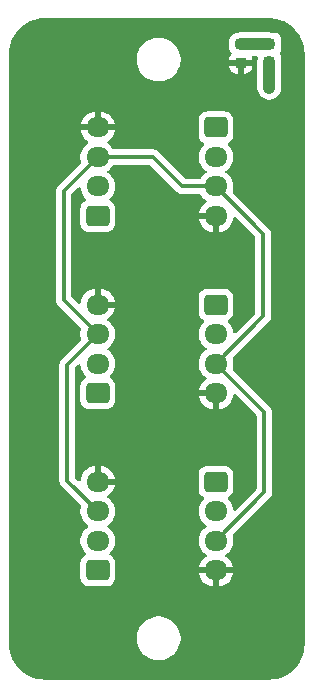
<source format=gbr>
%TF.GenerationSoftware,KiCad,Pcbnew,9.0.2*%
%TF.CreationDate,2025-06-15T01:11:38-07:00*%
%TF.ProjectId,SDM26_SplitterV1.1,53444d32-365f-4537-906c-697474657256,rev?*%
%TF.SameCoordinates,Original*%
%TF.FileFunction,Copper,L1,Top*%
%TF.FilePolarity,Positive*%
%FSLAX46Y46*%
G04 Gerber Fmt 4.6, Leading zero omitted, Abs format (unit mm)*
G04 Created by KiCad (PCBNEW 9.0.2) date 2025-06-15 01:11:38*
%MOMM*%
%LPD*%
G01*
G04 APERTURE LIST*
G04 Aperture macros list*
%AMRoundRect*
0 Rectangle with rounded corners*
0 $1 Rounding radius*
0 $2 $3 $4 $5 $6 $7 $8 $9 X,Y pos of 4 corners*
0 Add a 4 corners polygon primitive as box body*
4,1,4,$2,$3,$4,$5,$6,$7,$8,$9,$2,$3,0*
0 Add four circle primitives for the rounded corners*
1,1,$1+$1,$2,$3*
1,1,$1+$1,$4,$5*
1,1,$1+$1,$6,$7*
1,1,$1+$1,$8,$9*
0 Add four rect primitives between the rounded corners*
20,1,$1+$1,$2,$3,$4,$5,0*
20,1,$1+$1,$4,$5,$6,$7,0*
20,1,$1+$1,$6,$7,$8,$9,0*
20,1,$1+$1,$8,$9,$2,$3,0*%
G04 Aperture macros list end*
%TA.AperFunction,ComponentPad*%
%ADD10RoundRect,0.250000X-0.725000X0.600000X-0.725000X-0.600000X0.725000X-0.600000X0.725000X0.600000X0*%
%TD*%
%TA.AperFunction,ComponentPad*%
%ADD11O,1.950000X1.700000*%
%TD*%
%TA.AperFunction,ComponentPad*%
%ADD12RoundRect,0.250000X0.725000X-0.600000X0.725000X0.600000X-0.725000X0.600000X-0.725000X-0.600000X0*%
%TD*%
%TA.AperFunction,SMDPad,CuDef*%
%ADD13RoundRect,0.225000X-0.250000X0.225000X-0.250000X-0.225000X0.250000X-0.225000X0.250000X0.225000X0*%
%TD*%
%TA.AperFunction,SMDPad,CuDef*%
%ADD14R,0.950000X0.950000*%
%TD*%
%TA.AperFunction,ViaPad*%
%ADD15C,0.600000*%
%TD*%
%TA.AperFunction,Conductor*%
%ADD16C,1.000000*%
%TD*%
%TA.AperFunction,Conductor*%
%ADD17C,0.300000*%
%TD*%
G04 APERTURE END LIST*
D10*
%TO.P,J4,1,Pin_1*%
%TO.N,GND*%
X109900000Y-82350000D03*
D11*
%TO.P,J4,2,Pin_2*%
%TO.N,/CANH*%
X109900000Y-84850000D03*
%TO.P,J4,3,Pin_3*%
%TO.N,/CANL*%
X109900000Y-87350000D03*
%TO.P,J4,4,Pin_4*%
%TO.N,+5V*%
X109900000Y-89850000D03*
%TD*%
D12*
%TO.P,J1,1,Pin_1*%
%TO.N,GND*%
X99900000Y-119850000D03*
D11*
%TO.P,J1,2,Pin_2*%
%TO.N,/CANH*%
X99900000Y-117350000D03*
%TO.P,J1,3,Pin_3*%
%TO.N,/CANL*%
X99900000Y-114850000D03*
%TO.P,J1,4,Pin_4*%
%TO.N,+5V*%
X99900000Y-112350000D03*
%TD*%
D13*
%TO.P,R1,1*%
%TO.N,/PWR_LED*%
X112000000Y-75325000D03*
%TO.P,R1,2*%
%TO.N,+5V*%
X112000000Y-76875000D03*
%TD*%
D12*
%TO.P,J2,1,Pin_1*%
%TO.N,GND*%
X99900000Y-104850000D03*
D11*
%TO.P,J2,2,Pin_2*%
%TO.N,/CANH*%
X99900000Y-102350000D03*
%TO.P,J2,3,Pin_3*%
%TO.N,/CANL*%
X99900000Y-99850000D03*
%TO.P,J2,4,Pin_4*%
%TO.N,+5V*%
X99900000Y-97350000D03*
%TD*%
D10*
%TO.P,J6,1,Pin_1*%
%TO.N,GND*%
X109900000Y-112350000D03*
D11*
%TO.P,J6,2,Pin_2*%
%TO.N,/CANH*%
X109900000Y-114850000D03*
%TO.P,J6,3,Pin_3*%
%TO.N,/CANL*%
X109900000Y-117350000D03*
%TO.P,J6,4,Pin_4*%
%TO.N,+5V*%
X109900000Y-119850000D03*
%TD*%
D14*
%TO.P,LED1,1,K*%
%TO.N,GND*%
X114400000Y-76800000D03*
%TO.P,LED1,2,A*%
%TO.N,/PWR_LED*%
X114400000Y-75300000D03*
%TD*%
D12*
%TO.P,J3,1,Pin_1*%
%TO.N,GND*%
X99900000Y-89850000D03*
D11*
%TO.P,J3,2,Pin_2*%
%TO.N,/CANH*%
X99900000Y-87350000D03*
%TO.P,J3,3,Pin_3*%
%TO.N,/CANL*%
X99900000Y-84850000D03*
%TO.P,J3,4,Pin_4*%
%TO.N,+5V*%
X99900000Y-82350000D03*
%TD*%
D10*
%TO.P,J5,1,Pin_1*%
%TO.N,GND*%
X109900000Y-97350000D03*
D11*
%TO.P,J5,2,Pin_2*%
%TO.N,/CANH*%
X109900000Y-99850000D03*
%TO.P,J5,3,Pin_3*%
%TO.N,/CANL*%
X109900000Y-102350000D03*
%TO.P,J5,4,Pin_4*%
%TO.N,+5V*%
X109900000Y-104850000D03*
%TD*%
D15*
%TO.N,GND*%
X114412500Y-79000000D03*
%TD*%
D16*
%TO.N,GND*%
X114412500Y-76812500D02*
X114400000Y-76800000D01*
X114412500Y-79000000D02*
X114412500Y-76812500D01*
%TO.N,/PWR_LED*%
X114400000Y-75300000D02*
X112025000Y-75300000D01*
X112025000Y-75300000D02*
X112000000Y-75325000D01*
D17*
%TO.N,/CANL*%
X97300000Y-102450000D02*
X99900000Y-99850000D01*
X97000000Y-87750000D02*
X99900000Y-84850000D01*
X113900000Y-98350000D02*
X109900000Y-102350000D01*
X107050000Y-87350000D02*
X109900000Y-87350000D01*
X97300000Y-112250000D02*
X97300000Y-102450000D01*
X104550000Y-84850000D02*
X107050000Y-87350000D01*
X99900000Y-84850000D02*
X104550000Y-84850000D01*
X113900000Y-91350000D02*
X113900000Y-98350000D01*
X114000000Y-113250000D02*
X109900000Y-117350000D01*
X99900000Y-114850000D02*
X97300000Y-112250000D01*
X114000000Y-106450000D02*
X114000000Y-113250000D01*
X109900000Y-102350000D02*
X114000000Y-106450000D01*
X99900000Y-99850000D02*
X97000000Y-96950000D01*
X97000000Y-96950000D02*
X97000000Y-87750000D01*
X109900000Y-87350000D02*
X113900000Y-91350000D01*
%TD*%
%TA.AperFunction,Conductor*%
%TO.N,+5V*%
G36*
X114403244Y-73100670D02*
G01*
X114707046Y-73116592D01*
X114719953Y-73117949D01*
X114851089Y-73138718D01*
X115017209Y-73165028D01*
X115029896Y-73167724D01*
X115320625Y-73245625D01*
X115332965Y-73249635D01*
X115613938Y-73357490D01*
X115625790Y-73362767D01*
X115893968Y-73499411D01*
X115905199Y-73505896D01*
X116157608Y-73669812D01*
X116168109Y-73677441D01*
X116402010Y-73866850D01*
X116411655Y-73875535D01*
X116624464Y-74088344D01*
X116633149Y-74097989D01*
X116822558Y-74331890D01*
X116830187Y-74342391D01*
X116994101Y-74594796D01*
X117000591Y-74606036D01*
X117137231Y-74874206D01*
X117142510Y-74886064D01*
X117250363Y-75167033D01*
X117254374Y-75179376D01*
X117332273Y-75470097D01*
X117334971Y-75482794D01*
X117382050Y-75780046D01*
X117383407Y-75792953D01*
X117399330Y-76096756D01*
X117399500Y-76103246D01*
X117399500Y-126096753D01*
X117399330Y-126103243D01*
X117383407Y-126407046D01*
X117382050Y-126419953D01*
X117334971Y-126717205D01*
X117332273Y-126729902D01*
X117254374Y-127020623D01*
X117250363Y-127032966D01*
X117142510Y-127313935D01*
X117137231Y-127325793D01*
X117000591Y-127593963D01*
X116994101Y-127605203D01*
X116830187Y-127857608D01*
X116822558Y-127868109D01*
X116633149Y-128102010D01*
X116624464Y-128111655D01*
X116411655Y-128324464D01*
X116402010Y-128333149D01*
X116168109Y-128522558D01*
X116157608Y-128530187D01*
X115905203Y-128694101D01*
X115893963Y-128700591D01*
X115625793Y-128837231D01*
X115613935Y-128842510D01*
X115332966Y-128950363D01*
X115320623Y-128954374D01*
X115029902Y-129032273D01*
X115017205Y-129034971D01*
X114719953Y-129082050D01*
X114707046Y-129083407D01*
X114403244Y-129099330D01*
X114396754Y-129099500D01*
X95403246Y-129099500D01*
X95396756Y-129099330D01*
X95092953Y-129083407D01*
X95080046Y-129082050D01*
X94782794Y-129034971D01*
X94770097Y-129032273D01*
X94479376Y-128954374D01*
X94467033Y-128950363D01*
X94186064Y-128842510D01*
X94174206Y-128837231D01*
X93906036Y-128700591D01*
X93894796Y-128694101D01*
X93642391Y-128530187D01*
X93631890Y-128522558D01*
X93397989Y-128333149D01*
X93388344Y-128324464D01*
X93175535Y-128111655D01*
X93166850Y-128102010D01*
X92977441Y-127868109D01*
X92969812Y-127857608D01*
X92805896Y-127605199D01*
X92799408Y-127593963D01*
X92662768Y-127325793D01*
X92657489Y-127313935D01*
X92549636Y-127032966D01*
X92545625Y-127020623D01*
X92538563Y-126994266D01*
X92467724Y-126729896D01*
X92465028Y-126717205D01*
X92417949Y-126419953D01*
X92416592Y-126407046D01*
X92400670Y-126103243D01*
X92400500Y-126096753D01*
X92400500Y-125478711D01*
X103199500Y-125478711D01*
X103199500Y-125721288D01*
X103231161Y-125961785D01*
X103293947Y-126196104D01*
X103330750Y-126284954D01*
X103386776Y-126420212D01*
X103508064Y-126630289D01*
X103508066Y-126630292D01*
X103508067Y-126630293D01*
X103655733Y-126822736D01*
X103655739Y-126822743D01*
X103827256Y-126994260D01*
X103827263Y-126994266D01*
X103877698Y-127032966D01*
X104019711Y-127141936D01*
X104229788Y-127263224D01*
X104453900Y-127356054D01*
X104688211Y-127418838D01*
X104868586Y-127442584D01*
X104928711Y-127450500D01*
X104928712Y-127450500D01*
X105171289Y-127450500D01*
X105219388Y-127444167D01*
X105411789Y-127418838D01*
X105646100Y-127356054D01*
X105870212Y-127263224D01*
X106080289Y-127141936D01*
X106272738Y-126994265D01*
X106444265Y-126822738D01*
X106591936Y-126630289D01*
X106713224Y-126420212D01*
X106806054Y-126196100D01*
X106868838Y-125961789D01*
X106900500Y-125721288D01*
X106900500Y-125478712D01*
X106868838Y-125238211D01*
X106806054Y-125003900D01*
X106713224Y-124779788D01*
X106591936Y-124569711D01*
X106444265Y-124377262D01*
X106444260Y-124377256D01*
X106272743Y-124205739D01*
X106272736Y-124205733D01*
X106080293Y-124058067D01*
X106080292Y-124058066D01*
X106080289Y-124058064D01*
X105870212Y-123936776D01*
X105870205Y-123936773D01*
X105646104Y-123843947D01*
X105411785Y-123781161D01*
X105171289Y-123749500D01*
X105171288Y-123749500D01*
X104928712Y-123749500D01*
X104928711Y-123749500D01*
X104688214Y-123781161D01*
X104453895Y-123843947D01*
X104229794Y-123936773D01*
X104229785Y-123936777D01*
X104019706Y-124058067D01*
X103827263Y-124205733D01*
X103827256Y-124205739D01*
X103655739Y-124377256D01*
X103655733Y-124377263D01*
X103508067Y-124569706D01*
X103386777Y-124779785D01*
X103386773Y-124779794D01*
X103293947Y-125003895D01*
X103231161Y-125238214D01*
X103199500Y-125478711D01*
X92400500Y-125478711D01*
X92400500Y-97014071D01*
X96349499Y-97014071D01*
X96374497Y-97139738D01*
X96374499Y-97139744D01*
X96423534Y-97258125D01*
X96494726Y-97364673D01*
X96494727Y-97364674D01*
X98454555Y-99324501D01*
X98488040Y-99385824D01*
X98484805Y-99450499D01*
X98457754Y-99533755D01*
X98457753Y-99533759D01*
X98424500Y-99743713D01*
X98424500Y-99956286D01*
X98457753Y-100166240D01*
X98457754Y-100166244D01*
X98484805Y-100249499D01*
X98486800Y-100319340D01*
X98454555Y-100375497D01*
X96794722Y-102035331D01*
X96794718Y-102035336D01*
X96774594Y-102065456D01*
X96774594Y-102065457D01*
X96723534Y-102141874D01*
X96674499Y-102260255D01*
X96674497Y-102260261D01*
X96649500Y-102385928D01*
X96649500Y-102385931D01*
X96649500Y-112314069D01*
X96649500Y-112314071D01*
X96649499Y-112314071D01*
X96674497Y-112439738D01*
X96674499Y-112439744D01*
X96723535Y-112558127D01*
X96779347Y-112641657D01*
X96794726Y-112664673D01*
X96794727Y-112664674D01*
X98454555Y-114324501D01*
X98488040Y-114385824D01*
X98484805Y-114450499D01*
X98457754Y-114533755D01*
X98457753Y-114533759D01*
X98424500Y-114743713D01*
X98424500Y-114956286D01*
X98457753Y-115166239D01*
X98523444Y-115368414D01*
X98619951Y-115557820D01*
X98744890Y-115729786D01*
X98895209Y-115880105D01*
X98895214Y-115880109D01*
X99059793Y-115999682D01*
X99102459Y-116055011D01*
X99108438Y-116124625D01*
X99075833Y-116186420D01*
X99059793Y-116200318D01*
X98895214Y-116319890D01*
X98895209Y-116319894D01*
X98744890Y-116470213D01*
X98619951Y-116642179D01*
X98523444Y-116831585D01*
X98457753Y-117033760D01*
X98424500Y-117243713D01*
X98424500Y-117456286D01*
X98457753Y-117666239D01*
X98523444Y-117868414D01*
X98619951Y-118057820D01*
X98744890Y-118229786D01*
X98883705Y-118368601D01*
X98917190Y-118429924D01*
X98912206Y-118499616D01*
X98870334Y-118555549D01*
X98861121Y-118561821D01*
X98706342Y-118657289D01*
X98582289Y-118781342D01*
X98490187Y-118930663D01*
X98490186Y-118930666D01*
X98435001Y-119097203D01*
X98435001Y-119097204D01*
X98435000Y-119097204D01*
X98424500Y-119199983D01*
X98424500Y-120500001D01*
X98424501Y-120500018D01*
X98435000Y-120602796D01*
X98435001Y-120602799D01*
X98476973Y-120729459D01*
X98490186Y-120769334D01*
X98582288Y-120918656D01*
X98706344Y-121042712D01*
X98855666Y-121134814D01*
X99022203Y-121189999D01*
X99124991Y-121200500D01*
X100675008Y-121200499D01*
X100777797Y-121189999D01*
X100944334Y-121134814D01*
X101093656Y-121042712D01*
X101217712Y-120918656D01*
X101309814Y-120769334D01*
X101364999Y-120602797D01*
X101375500Y-120500009D01*
X101375499Y-119787465D01*
X101375499Y-119199998D01*
X101375498Y-119199981D01*
X101364999Y-119097203D01*
X101364998Y-119097200D01*
X101309814Y-118930666D01*
X101217712Y-118781344D01*
X101093656Y-118657288D01*
X100944334Y-118565186D01*
X100944333Y-118565185D01*
X100938878Y-118561821D01*
X100892154Y-118509873D01*
X100880931Y-118440910D01*
X100908775Y-118376828D01*
X100916272Y-118368623D01*
X101055104Y-118229792D01*
X101180051Y-118057816D01*
X101276557Y-117868412D01*
X101342246Y-117666243D01*
X101375500Y-117456287D01*
X101375500Y-117243713D01*
X101342246Y-117033757D01*
X101276557Y-116831588D01*
X101180051Y-116642184D01*
X101180049Y-116642181D01*
X101180048Y-116642179D01*
X101055109Y-116470213D01*
X100904792Y-116319896D01*
X100904784Y-116319890D01*
X100740204Y-116200316D01*
X100697540Y-116144989D01*
X100691561Y-116075376D01*
X100724166Y-116013580D01*
X100740199Y-115999686D01*
X100904792Y-115880104D01*
X101055104Y-115729792D01*
X101055106Y-115729788D01*
X101055109Y-115729786D01*
X101180048Y-115557820D01*
X101180047Y-115557820D01*
X101180051Y-115557816D01*
X101276557Y-115368412D01*
X101342246Y-115166243D01*
X101375500Y-114956287D01*
X101375500Y-114743713D01*
X101342246Y-114533757D01*
X101276557Y-114331588D01*
X101180051Y-114142184D01*
X101180049Y-114142181D01*
X101180048Y-114142179D01*
X101055109Y-113970213D01*
X100904790Y-113819894D01*
X100904785Y-113819890D01*
X100739781Y-113700008D01*
X100697115Y-113644678D01*
X100691136Y-113575065D01*
X100723741Y-113513270D01*
X100739781Y-113499371D01*
X100904466Y-113379721D01*
X101054723Y-113229464D01*
X101054727Y-113229459D01*
X101179620Y-113057557D01*
X101276095Y-112868217D01*
X101341757Y-112666129D01*
X101341757Y-112666126D01*
X101352231Y-112600000D01*
X100304146Y-112600000D01*
X100342630Y-112533343D01*
X100375000Y-112412535D01*
X100375000Y-112287465D01*
X100342630Y-112166657D01*
X100304146Y-112100000D01*
X101352231Y-112100000D01*
X101341757Y-112033873D01*
X101341757Y-112033870D01*
X101276095Y-111831782D01*
X101179620Y-111642442D01*
X101054727Y-111470540D01*
X101054723Y-111470535D01*
X100904464Y-111320276D01*
X100904459Y-111320272D01*
X100732557Y-111195379D01*
X100543217Y-111098904D01*
X100341128Y-111033242D01*
X100150000Y-111002969D01*
X100150000Y-111945854D01*
X100083343Y-111907370D01*
X99962535Y-111875000D01*
X99837465Y-111875000D01*
X99716657Y-111907370D01*
X99650000Y-111945854D01*
X99650000Y-111002969D01*
X99458872Y-111033242D01*
X99458869Y-111033242D01*
X99256782Y-111098904D01*
X99067442Y-111195379D01*
X98895540Y-111320272D01*
X98895535Y-111320276D01*
X98745276Y-111470535D01*
X98745272Y-111470540D01*
X98620379Y-111642442D01*
X98523904Y-111831782D01*
X98458242Y-112033869D01*
X98458242Y-112033872D01*
X98434179Y-112185796D01*
X98404249Y-112248931D01*
X98344938Y-112285862D01*
X98275075Y-112284864D01*
X98224025Y-112254079D01*
X97986819Y-112016873D01*
X97953334Y-111955550D01*
X97950500Y-111929192D01*
X97950500Y-102770808D01*
X97970185Y-102703769D01*
X97986819Y-102683127D01*
X98003707Y-102666239D01*
X98223590Y-102446355D01*
X98284911Y-102412872D01*
X98354602Y-102417856D01*
X98410536Y-102459727D01*
X98433742Y-102514640D01*
X98457753Y-102666239D01*
X98457753Y-102666241D01*
X98457754Y-102666243D01*
X98491729Y-102770808D01*
X98523444Y-102868414D01*
X98619951Y-103057820D01*
X98744890Y-103229786D01*
X98883705Y-103368601D01*
X98917190Y-103429924D01*
X98912206Y-103499616D01*
X98870334Y-103555549D01*
X98861121Y-103561821D01*
X98706342Y-103657289D01*
X98582289Y-103781342D01*
X98490187Y-103930663D01*
X98490186Y-103930666D01*
X98435001Y-104097203D01*
X98435001Y-104097204D01*
X98435000Y-104097204D01*
X98424500Y-104199983D01*
X98424500Y-105500001D01*
X98424501Y-105500018D01*
X98435000Y-105602796D01*
X98435001Y-105602799D01*
X98476973Y-105729459D01*
X98490186Y-105769334D01*
X98582288Y-105918656D01*
X98706344Y-106042712D01*
X98855666Y-106134814D01*
X99022203Y-106189999D01*
X99124991Y-106200500D01*
X100675008Y-106200499D01*
X100777797Y-106189999D01*
X100944334Y-106134814D01*
X101093656Y-106042712D01*
X101217712Y-105918656D01*
X101309814Y-105769334D01*
X101364999Y-105602797D01*
X101375500Y-105500009D01*
X101375499Y-104850000D01*
X101375499Y-104199998D01*
X101375498Y-104199981D01*
X101364999Y-104097203D01*
X101364998Y-104097200D01*
X101309814Y-103930666D01*
X101217712Y-103781344D01*
X101093656Y-103657288D01*
X100944334Y-103565186D01*
X100944333Y-103565185D01*
X100938878Y-103561821D01*
X100892154Y-103509873D01*
X100880931Y-103440910D01*
X100908775Y-103376828D01*
X100916272Y-103368623D01*
X101055104Y-103229792D01*
X101180051Y-103057816D01*
X101276557Y-102868412D01*
X101342246Y-102666243D01*
X101375500Y-102456287D01*
X101375500Y-102243713D01*
X101342246Y-102033757D01*
X101276557Y-101831588D01*
X101180051Y-101642184D01*
X101180049Y-101642181D01*
X101180048Y-101642179D01*
X101055109Y-101470213D01*
X100904792Y-101319896D01*
X100904784Y-101319890D01*
X100740204Y-101200316D01*
X100697540Y-101144989D01*
X100691561Y-101075376D01*
X100724166Y-101013580D01*
X100740199Y-100999686D01*
X100904792Y-100880104D01*
X101055104Y-100729792D01*
X101055106Y-100729788D01*
X101055109Y-100729786D01*
X101180048Y-100557820D01*
X101180047Y-100557820D01*
X101180051Y-100557816D01*
X101276557Y-100368412D01*
X101342246Y-100166243D01*
X101375500Y-99956287D01*
X101375500Y-99743713D01*
X101342246Y-99533757D01*
X101276557Y-99331588D01*
X101180051Y-99142184D01*
X101180049Y-99142181D01*
X101180048Y-99142179D01*
X101055109Y-98970213D01*
X100904790Y-98819894D01*
X100904785Y-98819890D01*
X100739781Y-98700008D01*
X100697115Y-98644678D01*
X100691136Y-98575065D01*
X100723741Y-98513270D01*
X100739781Y-98499371D01*
X100904466Y-98379721D01*
X101054723Y-98229464D01*
X101054727Y-98229459D01*
X101179620Y-98057557D01*
X101276095Y-97868217D01*
X101341757Y-97666129D01*
X101341757Y-97666126D01*
X101352231Y-97600000D01*
X100304146Y-97600000D01*
X100342630Y-97533343D01*
X100375000Y-97412535D01*
X100375000Y-97287465D01*
X100342630Y-97166657D01*
X100304146Y-97100000D01*
X101352231Y-97100000D01*
X101341757Y-97033873D01*
X101341757Y-97033870D01*
X101276095Y-96831782D01*
X101179620Y-96642442D01*
X101054727Y-96470540D01*
X101054723Y-96470535D01*
X100904464Y-96320276D01*
X100904459Y-96320272D01*
X100732557Y-96195379D01*
X100543217Y-96098904D01*
X100341128Y-96033242D01*
X100150000Y-96002969D01*
X100150000Y-96945854D01*
X100083343Y-96907370D01*
X99962535Y-96875000D01*
X99837465Y-96875000D01*
X99716657Y-96907370D01*
X99650000Y-96945854D01*
X99650000Y-96002969D01*
X99458872Y-96033242D01*
X99458869Y-96033242D01*
X99256782Y-96098904D01*
X99067442Y-96195379D01*
X98895540Y-96320272D01*
X98895535Y-96320276D01*
X98745276Y-96470535D01*
X98745272Y-96470540D01*
X98620379Y-96642442D01*
X98523904Y-96831782D01*
X98458242Y-97033869D01*
X98458242Y-97033872D01*
X98434179Y-97185796D01*
X98404249Y-97248931D01*
X98344938Y-97285862D01*
X98275075Y-97284864D01*
X98224025Y-97254079D01*
X97686819Y-96716873D01*
X97653334Y-96655550D01*
X97650500Y-96629192D01*
X97650500Y-88070808D01*
X97670185Y-88003769D01*
X97686819Y-87983127D01*
X97920450Y-87749496D01*
X98223590Y-87446355D01*
X98284911Y-87412872D01*
X98354602Y-87417856D01*
X98410536Y-87459727D01*
X98433742Y-87514640D01*
X98457753Y-87666239D01*
X98457753Y-87666241D01*
X98457754Y-87666243D01*
X98519175Y-87855277D01*
X98523444Y-87868414D01*
X98619951Y-88057820D01*
X98744890Y-88229786D01*
X98883705Y-88368601D01*
X98917190Y-88429924D01*
X98912206Y-88499616D01*
X98870334Y-88555549D01*
X98861121Y-88561821D01*
X98706342Y-88657289D01*
X98582289Y-88781342D01*
X98490187Y-88930663D01*
X98490186Y-88930666D01*
X98435001Y-89097203D01*
X98435001Y-89097204D01*
X98435000Y-89097204D01*
X98424500Y-89199983D01*
X98424500Y-90500001D01*
X98424501Y-90500018D01*
X98435000Y-90602796D01*
X98435001Y-90602799D01*
X98476973Y-90729459D01*
X98490186Y-90769334D01*
X98582288Y-90918656D01*
X98706344Y-91042712D01*
X98855666Y-91134814D01*
X99022203Y-91189999D01*
X99124991Y-91200500D01*
X100675008Y-91200499D01*
X100777797Y-91189999D01*
X100944334Y-91134814D01*
X101093656Y-91042712D01*
X101217712Y-90918656D01*
X101309814Y-90769334D01*
X101364999Y-90602797D01*
X101375500Y-90500009D01*
X101375499Y-89850000D01*
X101375499Y-89199998D01*
X101375498Y-89199981D01*
X101364999Y-89097203D01*
X101364998Y-89097200D01*
X101309814Y-88930666D01*
X101217712Y-88781344D01*
X101093656Y-88657288D01*
X100944334Y-88565186D01*
X100944333Y-88565185D01*
X100938878Y-88561821D01*
X100892154Y-88509873D01*
X100880931Y-88440910D01*
X100908775Y-88376828D01*
X100916272Y-88368623D01*
X101055104Y-88229792D01*
X101180051Y-88057816D01*
X101276557Y-87868412D01*
X101342246Y-87666243D01*
X101375500Y-87456287D01*
X101375500Y-87243713D01*
X101342246Y-87033757D01*
X101276557Y-86831588D01*
X101180051Y-86642184D01*
X101180049Y-86642181D01*
X101180048Y-86642179D01*
X101055109Y-86470213D01*
X100904792Y-86319896D01*
X100904784Y-86319890D01*
X100740204Y-86200316D01*
X100697540Y-86144989D01*
X100691561Y-86075376D01*
X100724166Y-86013580D01*
X100740199Y-85999686D01*
X100904792Y-85880104D01*
X101055104Y-85729792D01*
X101055106Y-85729788D01*
X101055109Y-85729786D01*
X101182915Y-85553875D01*
X101184259Y-85554851D01*
X101230705Y-85512834D01*
X101284618Y-85500500D01*
X104229192Y-85500500D01*
X104296231Y-85520185D01*
X104316873Y-85536819D01*
X106635325Y-87855272D01*
X106635326Y-87855273D01*
X106635329Y-87855275D01*
X106635331Y-87855277D01*
X106741873Y-87926465D01*
X106860256Y-87975501D01*
X106860260Y-87975501D01*
X106860261Y-87975502D01*
X106985928Y-88000500D01*
X106985931Y-88000500D01*
X108515382Y-88000500D01*
X108582421Y-88020185D01*
X108616099Y-88054591D01*
X108617085Y-88053875D01*
X108744890Y-88229786D01*
X108895209Y-88380105D01*
X108895214Y-88380109D01*
X109060218Y-88499991D01*
X109102884Y-88555320D01*
X109108863Y-88624934D01*
X109076258Y-88686729D01*
X109060218Y-88700627D01*
X108895540Y-88820272D01*
X108895535Y-88820276D01*
X108745276Y-88970535D01*
X108745272Y-88970540D01*
X108620379Y-89142442D01*
X108523904Y-89331782D01*
X108458242Y-89533870D01*
X108458242Y-89533873D01*
X108447769Y-89600000D01*
X109495854Y-89600000D01*
X109457370Y-89666657D01*
X109425000Y-89787465D01*
X109425000Y-89912535D01*
X109457370Y-90033343D01*
X109495854Y-90100000D01*
X108447769Y-90100000D01*
X108458242Y-90166126D01*
X108458242Y-90166129D01*
X108523904Y-90368217D01*
X108620379Y-90557557D01*
X108745272Y-90729459D01*
X108745276Y-90729464D01*
X108895535Y-90879723D01*
X108895540Y-90879727D01*
X109067442Y-91004620D01*
X109256782Y-91101095D01*
X109458872Y-91166757D01*
X109650000Y-91197029D01*
X109650000Y-90254145D01*
X109716657Y-90292630D01*
X109837465Y-90325000D01*
X109962535Y-90325000D01*
X110083343Y-90292630D01*
X110150000Y-90254145D01*
X110150000Y-91197028D01*
X110341127Y-91166757D01*
X110543217Y-91101095D01*
X110732557Y-91004620D01*
X110904459Y-90879727D01*
X110904464Y-90879723D01*
X111054723Y-90729464D01*
X111054727Y-90729459D01*
X111179620Y-90557557D01*
X111276095Y-90368217D01*
X111341757Y-90166130D01*
X111341757Y-90166127D01*
X111365820Y-90014203D01*
X111395749Y-89951069D01*
X111455060Y-89914137D01*
X111524923Y-89915135D01*
X111575974Y-89945920D01*
X113213181Y-91583127D01*
X113246666Y-91644450D01*
X113249500Y-91670808D01*
X113249500Y-98029192D01*
X113229815Y-98096231D01*
X113213181Y-98116873D01*
X111576411Y-99753642D01*
X111515088Y-99787127D01*
X111445396Y-99782143D01*
X111389463Y-99740271D01*
X111366257Y-99685358D01*
X111342247Y-99533761D01*
X111342246Y-99533760D01*
X111342246Y-99533759D01*
X111342246Y-99533757D01*
X111276557Y-99331588D01*
X111180051Y-99142184D01*
X111180049Y-99142181D01*
X111180048Y-99142179D01*
X111055109Y-98970213D01*
X110916294Y-98831398D01*
X110882809Y-98770075D01*
X110887793Y-98700383D01*
X110929665Y-98644450D01*
X110938879Y-98638178D01*
X110944331Y-98634814D01*
X110944334Y-98634814D01*
X111093656Y-98542712D01*
X111217712Y-98418656D01*
X111309814Y-98269334D01*
X111364999Y-98102797D01*
X111375500Y-98000009D01*
X111375499Y-96699992D01*
X111364999Y-96597203D01*
X111309814Y-96430666D01*
X111217712Y-96281344D01*
X111093656Y-96157288D01*
X110944334Y-96065186D01*
X110777797Y-96010001D01*
X110777795Y-96010000D01*
X110675010Y-95999500D01*
X109124998Y-95999500D01*
X109124981Y-95999501D01*
X109022203Y-96010000D01*
X109022200Y-96010001D01*
X108855668Y-96065185D01*
X108855663Y-96065187D01*
X108706342Y-96157289D01*
X108582289Y-96281342D01*
X108490187Y-96430663D01*
X108490186Y-96430666D01*
X108435001Y-96597203D01*
X108435001Y-96597204D01*
X108435000Y-96597204D01*
X108424500Y-96699983D01*
X108424500Y-98000001D01*
X108424501Y-98000018D01*
X108435000Y-98102796D01*
X108435001Y-98102799D01*
X108439665Y-98116873D01*
X108490186Y-98269334D01*
X108579459Y-98414070D01*
X108582289Y-98418657D01*
X108706344Y-98542712D01*
X108861120Y-98638178D01*
X108907845Y-98690126D01*
X108919068Y-98759088D01*
X108891224Y-98823171D01*
X108883706Y-98831398D01*
X108744889Y-98970215D01*
X108619951Y-99142179D01*
X108523444Y-99331585D01*
X108457753Y-99533760D01*
X108424500Y-99743713D01*
X108424500Y-99956286D01*
X108457753Y-100166239D01*
X108457753Y-100166241D01*
X108457754Y-100166243D01*
X108507498Y-100319340D01*
X108523444Y-100368414D01*
X108619951Y-100557820D01*
X108744890Y-100729786D01*
X108895209Y-100880105D01*
X108895214Y-100880109D01*
X109059793Y-100999682D01*
X109102459Y-101055011D01*
X109108438Y-101124625D01*
X109075833Y-101186420D01*
X109059793Y-101200318D01*
X108895214Y-101319890D01*
X108895209Y-101319894D01*
X108744890Y-101470213D01*
X108619951Y-101642179D01*
X108523444Y-101831585D01*
X108457753Y-102033760D01*
X108424500Y-102243713D01*
X108424500Y-102456286D01*
X108457753Y-102666239D01*
X108457753Y-102666241D01*
X108457754Y-102666243D01*
X108491729Y-102770808D01*
X108523444Y-102868414D01*
X108619951Y-103057820D01*
X108744890Y-103229786D01*
X108895209Y-103380105D01*
X108895214Y-103380109D01*
X109060218Y-103499991D01*
X109102884Y-103555320D01*
X109108863Y-103624934D01*
X109076258Y-103686729D01*
X109060218Y-103700627D01*
X108895540Y-103820272D01*
X108895535Y-103820276D01*
X108745276Y-103970535D01*
X108745272Y-103970540D01*
X108620379Y-104142442D01*
X108523904Y-104331782D01*
X108458242Y-104533870D01*
X108458242Y-104533873D01*
X108447769Y-104600000D01*
X109495854Y-104600000D01*
X109457370Y-104666657D01*
X109425000Y-104787465D01*
X109425000Y-104912535D01*
X109457370Y-105033343D01*
X109495854Y-105100000D01*
X108447769Y-105100000D01*
X108458242Y-105166126D01*
X108458242Y-105166129D01*
X108523904Y-105368217D01*
X108620379Y-105557557D01*
X108745272Y-105729459D01*
X108745276Y-105729464D01*
X108895535Y-105879723D01*
X108895540Y-105879727D01*
X109067442Y-106004620D01*
X109256782Y-106101095D01*
X109458872Y-106166757D01*
X109650000Y-106197029D01*
X109650000Y-105254145D01*
X109716657Y-105292630D01*
X109837465Y-105325000D01*
X109962535Y-105325000D01*
X110083343Y-105292630D01*
X110150000Y-105254145D01*
X110150000Y-106197028D01*
X110341127Y-106166757D01*
X110543217Y-106101095D01*
X110732557Y-106004620D01*
X110904459Y-105879727D01*
X110904464Y-105879723D01*
X111054723Y-105729464D01*
X111054727Y-105729459D01*
X111179620Y-105557557D01*
X111276095Y-105368217D01*
X111341757Y-105166130D01*
X111341757Y-105166127D01*
X111365820Y-105014203D01*
X111395749Y-104951069D01*
X111455060Y-104914137D01*
X111524923Y-104915135D01*
X111575974Y-104945920D01*
X113313181Y-106683127D01*
X113346666Y-106744450D01*
X113349500Y-106770808D01*
X113349500Y-112929192D01*
X113329815Y-112996231D01*
X113313181Y-113016873D01*
X111576411Y-114753642D01*
X111515088Y-114787127D01*
X111445396Y-114782143D01*
X111389463Y-114740271D01*
X111366257Y-114685358D01*
X111342247Y-114533761D01*
X111342246Y-114533760D01*
X111342246Y-114533759D01*
X111342246Y-114533757D01*
X111276557Y-114331588D01*
X111180051Y-114142184D01*
X111180049Y-114142181D01*
X111180048Y-114142179D01*
X111055109Y-113970213D01*
X110916294Y-113831398D01*
X110882809Y-113770075D01*
X110887793Y-113700383D01*
X110929665Y-113644450D01*
X110938879Y-113638178D01*
X110944331Y-113634814D01*
X110944334Y-113634814D01*
X111093656Y-113542712D01*
X111217712Y-113418656D01*
X111309814Y-113269334D01*
X111364999Y-113102797D01*
X111375500Y-113000009D01*
X111375499Y-111699992D01*
X111364999Y-111597203D01*
X111309814Y-111430666D01*
X111217712Y-111281344D01*
X111093656Y-111157288D01*
X110944334Y-111065186D01*
X110777797Y-111010001D01*
X110777795Y-111010000D01*
X110675010Y-110999500D01*
X109124998Y-110999500D01*
X109124981Y-110999501D01*
X109022203Y-111010000D01*
X109022200Y-111010001D01*
X108855668Y-111065185D01*
X108855663Y-111065187D01*
X108706342Y-111157289D01*
X108582289Y-111281342D01*
X108490187Y-111430663D01*
X108490186Y-111430666D01*
X108435001Y-111597203D01*
X108435001Y-111597204D01*
X108435000Y-111597204D01*
X108424500Y-111699983D01*
X108424500Y-113000001D01*
X108424501Y-113000018D01*
X108435000Y-113102796D01*
X108435001Y-113102799D01*
X108490185Y-113269331D01*
X108490187Y-113269336D01*
X108582289Y-113418657D01*
X108706344Y-113542712D01*
X108861120Y-113638178D01*
X108907845Y-113690126D01*
X108919068Y-113759088D01*
X108891224Y-113823171D01*
X108883706Y-113831398D01*
X108744889Y-113970215D01*
X108619951Y-114142179D01*
X108523444Y-114331585D01*
X108457753Y-114533760D01*
X108424500Y-114743713D01*
X108424500Y-114956286D01*
X108457753Y-115166239D01*
X108523444Y-115368414D01*
X108619951Y-115557820D01*
X108744890Y-115729786D01*
X108895209Y-115880105D01*
X108895214Y-115880109D01*
X109059793Y-115999682D01*
X109102459Y-116055011D01*
X109108438Y-116124625D01*
X109075833Y-116186420D01*
X109059793Y-116200318D01*
X108895214Y-116319890D01*
X108895209Y-116319894D01*
X108744890Y-116470213D01*
X108619951Y-116642179D01*
X108523444Y-116831585D01*
X108457753Y-117033760D01*
X108424500Y-117243713D01*
X108424500Y-117456286D01*
X108457753Y-117666239D01*
X108523444Y-117868414D01*
X108619951Y-118057820D01*
X108744890Y-118229786D01*
X108895209Y-118380105D01*
X108895214Y-118380109D01*
X109060218Y-118499991D01*
X109102884Y-118555320D01*
X109108863Y-118624934D01*
X109076258Y-118686729D01*
X109060218Y-118700627D01*
X108895540Y-118820272D01*
X108895535Y-118820276D01*
X108745276Y-118970535D01*
X108745272Y-118970540D01*
X108620379Y-119142442D01*
X108523904Y-119331782D01*
X108458242Y-119533870D01*
X108458242Y-119533873D01*
X108447769Y-119600000D01*
X109495854Y-119600000D01*
X109457370Y-119666657D01*
X109425000Y-119787465D01*
X109425000Y-119912535D01*
X109457370Y-120033343D01*
X109495854Y-120100000D01*
X108447769Y-120100000D01*
X108458242Y-120166126D01*
X108458242Y-120166129D01*
X108523904Y-120368217D01*
X108620379Y-120557557D01*
X108745272Y-120729459D01*
X108745276Y-120729464D01*
X108895535Y-120879723D01*
X108895540Y-120879727D01*
X109067442Y-121004620D01*
X109256782Y-121101095D01*
X109458872Y-121166757D01*
X109650000Y-121197029D01*
X109650000Y-120254145D01*
X109716657Y-120292630D01*
X109837465Y-120325000D01*
X109962535Y-120325000D01*
X110083343Y-120292630D01*
X110150000Y-120254145D01*
X110150000Y-121197028D01*
X110341127Y-121166757D01*
X110543217Y-121101095D01*
X110732557Y-121004620D01*
X110904459Y-120879727D01*
X110904464Y-120879723D01*
X111054723Y-120729464D01*
X111054727Y-120729459D01*
X111179620Y-120557557D01*
X111276095Y-120368217D01*
X111341757Y-120166129D01*
X111341757Y-120166126D01*
X111352231Y-120100000D01*
X110304146Y-120100000D01*
X110342630Y-120033343D01*
X110375000Y-119912535D01*
X110375000Y-119787465D01*
X110342630Y-119666657D01*
X110304146Y-119600000D01*
X111352231Y-119600000D01*
X111341757Y-119533873D01*
X111341757Y-119533870D01*
X111276095Y-119331782D01*
X111179620Y-119142442D01*
X111054727Y-118970540D01*
X111054723Y-118970535D01*
X110904464Y-118820276D01*
X110904459Y-118820272D01*
X110739781Y-118700627D01*
X110697115Y-118645297D01*
X110691136Y-118575684D01*
X110723741Y-118513889D01*
X110739776Y-118499994D01*
X110904792Y-118380104D01*
X111055104Y-118229792D01*
X111055106Y-118229788D01*
X111055109Y-118229786D01*
X111180048Y-118057820D01*
X111180047Y-118057820D01*
X111180051Y-118057816D01*
X111276557Y-117868412D01*
X111342246Y-117666243D01*
X111375500Y-117456287D01*
X111375500Y-117243713D01*
X111342246Y-117033757D01*
X111315192Y-116950498D01*
X111313198Y-116880660D01*
X111345441Y-116824503D01*
X114505277Y-113664669D01*
X114576466Y-113558126D01*
X114625501Y-113439743D01*
X114650500Y-113314069D01*
X114650500Y-113185931D01*
X114650500Y-106385931D01*
X114650500Y-106385928D01*
X114625502Y-106260262D01*
X114625501Y-106260256D01*
X114596400Y-106189999D01*
X114576466Y-106141874D01*
X114571747Y-106134812D01*
X114505278Y-106035332D01*
X114505272Y-106035325D01*
X111345443Y-102875497D01*
X111311958Y-102814174D01*
X111315193Y-102749498D01*
X111342246Y-102666243D01*
X111375500Y-102456287D01*
X111375500Y-102243713D01*
X111342246Y-102033757D01*
X111315192Y-101950498D01*
X111313198Y-101880660D01*
X111345441Y-101824503D01*
X114405276Y-98764670D01*
X114476465Y-98658127D01*
X114525501Y-98539744D01*
X114533506Y-98499500D01*
X114542003Y-98456784D01*
X114550500Y-98414070D01*
X114550500Y-91285928D01*
X114525502Y-91160261D01*
X114525501Y-91160260D01*
X114525501Y-91160256D01*
X114476465Y-91041873D01*
X114476464Y-91041870D01*
X114405277Y-90935331D01*
X114405271Y-90935324D01*
X111345443Y-87875497D01*
X111311958Y-87814174D01*
X111315193Y-87749498D01*
X111342246Y-87666243D01*
X111375500Y-87456287D01*
X111375500Y-87243713D01*
X111342246Y-87033757D01*
X111276557Y-86831588D01*
X111180051Y-86642184D01*
X111180049Y-86642181D01*
X111180048Y-86642179D01*
X111055109Y-86470213D01*
X110904792Y-86319896D01*
X110904784Y-86319890D01*
X110740204Y-86200316D01*
X110697540Y-86144989D01*
X110691561Y-86075376D01*
X110724166Y-86013580D01*
X110740199Y-85999686D01*
X110904792Y-85880104D01*
X111055104Y-85729792D01*
X111055106Y-85729788D01*
X111055109Y-85729786D01*
X111180048Y-85557820D01*
X111180047Y-85557820D01*
X111180051Y-85557816D01*
X111276557Y-85368412D01*
X111342246Y-85166243D01*
X111375500Y-84956287D01*
X111375500Y-84743713D01*
X111342246Y-84533757D01*
X111276557Y-84331588D01*
X111180051Y-84142184D01*
X111180049Y-84142181D01*
X111180048Y-84142179D01*
X111055109Y-83970213D01*
X110916294Y-83831398D01*
X110882809Y-83770075D01*
X110887793Y-83700383D01*
X110929665Y-83644450D01*
X110938879Y-83638178D01*
X110944331Y-83634814D01*
X110944334Y-83634814D01*
X111093656Y-83542712D01*
X111217712Y-83418656D01*
X111309814Y-83269334D01*
X111364999Y-83102797D01*
X111375500Y-83000009D01*
X111375499Y-81699992D01*
X111364999Y-81597203D01*
X111309814Y-81430666D01*
X111217712Y-81281344D01*
X111093656Y-81157288D01*
X110944334Y-81065186D01*
X110777797Y-81010001D01*
X110777795Y-81010000D01*
X110675010Y-80999500D01*
X109124998Y-80999500D01*
X109124981Y-80999501D01*
X109022203Y-81010000D01*
X109022200Y-81010001D01*
X108855668Y-81065185D01*
X108855663Y-81065187D01*
X108706342Y-81157289D01*
X108582289Y-81281342D01*
X108490187Y-81430663D01*
X108490186Y-81430666D01*
X108435001Y-81597203D01*
X108435001Y-81597204D01*
X108435000Y-81597204D01*
X108424500Y-81699983D01*
X108424500Y-83000001D01*
X108424501Y-83000018D01*
X108435000Y-83102796D01*
X108435001Y-83102799D01*
X108490185Y-83269331D01*
X108490187Y-83269336D01*
X108582289Y-83418657D01*
X108706344Y-83542712D01*
X108861120Y-83638178D01*
X108907845Y-83690126D01*
X108919068Y-83759088D01*
X108891224Y-83823171D01*
X108883706Y-83831398D01*
X108744889Y-83970215D01*
X108619951Y-84142179D01*
X108523444Y-84331585D01*
X108457753Y-84533760D01*
X108424500Y-84743713D01*
X108424500Y-84956286D01*
X108457753Y-85166239D01*
X108457753Y-85166241D01*
X108457754Y-85166243D01*
X108507498Y-85319340D01*
X108523444Y-85368414D01*
X108619951Y-85557820D01*
X108744890Y-85729786D01*
X108895209Y-85880105D01*
X108895214Y-85880109D01*
X109059793Y-85999682D01*
X109102459Y-86055011D01*
X109108438Y-86124625D01*
X109075833Y-86186420D01*
X109059793Y-86200318D01*
X108895214Y-86319890D01*
X108895209Y-86319894D01*
X108744890Y-86470213D01*
X108617085Y-86646125D01*
X108615740Y-86645148D01*
X108569295Y-86687166D01*
X108515382Y-86699500D01*
X107370808Y-86699500D01*
X107303769Y-86679815D01*
X107283127Y-86663181D01*
X104964674Y-84344727D01*
X104964673Y-84344726D01*
X104964669Y-84344723D01*
X104858127Y-84273535D01*
X104739744Y-84224499D01*
X104739738Y-84224497D01*
X104614071Y-84199500D01*
X104614069Y-84199500D01*
X101284618Y-84199500D01*
X101217579Y-84179815D01*
X101183900Y-84145408D01*
X101182915Y-84146125D01*
X101055109Y-83970213D01*
X100904790Y-83819894D01*
X100904785Y-83819890D01*
X100739781Y-83700008D01*
X100697115Y-83644678D01*
X100691136Y-83575065D01*
X100723741Y-83513270D01*
X100739781Y-83499371D01*
X100904466Y-83379721D01*
X101054723Y-83229464D01*
X101054727Y-83229459D01*
X101179620Y-83057557D01*
X101276095Y-82868217D01*
X101341757Y-82666129D01*
X101341757Y-82666126D01*
X101352231Y-82600000D01*
X100304146Y-82600000D01*
X100342630Y-82533343D01*
X100375000Y-82412535D01*
X100375000Y-82287465D01*
X100342630Y-82166657D01*
X100304146Y-82100000D01*
X101352231Y-82100000D01*
X101341757Y-82033873D01*
X101341757Y-82033870D01*
X101276095Y-81831782D01*
X101179620Y-81642442D01*
X101054727Y-81470540D01*
X101054723Y-81470535D01*
X100904464Y-81320276D01*
X100904459Y-81320272D01*
X100732557Y-81195379D01*
X100543217Y-81098904D01*
X100341128Y-81033242D01*
X100150000Y-81002969D01*
X100150000Y-81945854D01*
X100083343Y-81907370D01*
X99962535Y-81875000D01*
X99837465Y-81875000D01*
X99716657Y-81907370D01*
X99650000Y-81945854D01*
X99650000Y-81002969D01*
X99458872Y-81033242D01*
X99458869Y-81033242D01*
X99256782Y-81098904D01*
X99067442Y-81195379D01*
X98895540Y-81320272D01*
X98895535Y-81320276D01*
X98745276Y-81470535D01*
X98745272Y-81470540D01*
X98620379Y-81642442D01*
X98523904Y-81831782D01*
X98458242Y-82033870D01*
X98458242Y-82033873D01*
X98447769Y-82100000D01*
X99495854Y-82100000D01*
X99457370Y-82166657D01*
X99425000Y-82287465D01*
X99425000Y-82412535D01*
X99457370Y-82533343D01*
X99495854Y-82600000D01*
X98447769Y-82600000D01*
X98458242Y-82666126D01*
X98458242Y-82666129D01*
X98523904Y-82868217D01*
X98620379Y-83057557D01*
X98745272Y-83229459D01*
X98745276Y-83229464D01*
X98895535Y-83379723D01*
X98895540Y-83379727D01*
X99060218Y-83499372D01*
X99102884Y-83554701D01*
X99108863Y-83624315D01*
X99076258Y-83686110D01*
X99060218Y-83700008D01*
X98895214Y-83819890D01*
X98895209Y-83819894D01*
X98744890Y-83970213D01*
X98619951Y-84142179D01*
X98523444Y-84331585D01*
X98457753Y-84533760D01*
X98424500Y-84743713D01*
X98424500Y-84956286D01*
X98457753Y-85166240D01*
X98457754Y-85166244D01*
X98484805Y-85249499D01*
X98486800Y-85319340D01*
X98454555Y-85375497D01*
X96494726Y-87335326D01*
X96442114Y-87414068D01*
X96442112Y-87414070D01*
X96423539Y-87441864D01*
X96423533Y-87441875D01*
X96374499Y-87560255D01*
X96374497Y-87560261D01*
X96349500Y-87685928D01*
X96349500Y-87685931D01*
X96349500Y-97014069D01*
X96349500Y-97014071D01*
X96349499Y-97014071D01*
X92400500Y-97014071D01*
X92400500Y-76478711D01*
X103199500Y-76478711D01*
X103199500Y-76721288D01*
X103229530Y-76949399D01*
X103231162Y-76961789D01*
X103262554Y-77078944D01*
X103293947Y-77196104D01*
X103381917Y-77408481D01*
X103386776Y-77420212D01*
X103508064Y-77630289D01*
X103508066Y-77630292D01*
X103508067Y-77630293D01*
X103655733Y-77822736D01*
X103655739Y-77822743D01*
X103827256Y-77994260D01*
X103827262Y-77994265D01*
X104019711Y-78141936D01*
X104229788Y-78263224D01*
X104453900Y-78356054D01*
X104688211Y-78418838D01*
X104868586Y-78442584D01*
X104928711Y-78450500D01*
X104928712Y-78450500D01*
X105171289Y-78450500D01*
X105219388Y-78444167D01*
X105411789Y-78418838D01*
X105646100Y-78356054D01*
X105870212Y-78263224D01*
X106080289Y-78141936D01*
X106272738Y-77994265D01*
X106444265Y-77822738D01*
X106591936Y-77630289D01*
X106713224Y-77420212D01*
X106806054Y-77196100D01*
X106818856Y-77148322D01*
X111025001Y-77148322D01*
X111035144Y-77247607D01*
X111088452Y-77408481D01*
X111088457Y-77408492D01*
X111177424Y-77552728D01*
X111177427Y-77552732D01*
X111297267Y-77672572D01*
X111297271Y-77672575D01*
X111441507Y-77761542D01*
X111441518Y-77761547D01*
X111602393Y-77814855D01*
X111701683Y-77824999D01*
X112250000Y-77824999D01*
X112298308Y-77824999D01*
X112298322Y-77824998D01*
X112397607Y-77814855D01*
X112558481Y-77761547D01*
X112558492Y-77761542D01*
X112702728Y-77672575D01*
X112702732Y-77672572D01*
X112822572Y-77552732D01*
X112822575Y-77552728D01*
X112911542Y-77408492D01*
X112911547Y-77408481D01*
X112964855Y-77247606D01*
X112974999Y-77148322D01*
X112975000Y-77148309D01*
X112975000Y-77125000D01*
X112250000Y-77125000D01*
X112250000Y-77824999D01*
X111701683Y-77824999D01*
X111749999Y-77824998D01*
X111750000Y-77824998D01*
X111750000Y-77125000D01*
X111025001Y-77125000D01*
X111025001Y-77148322D01*
X106818856Y-77148322D01*
X106868838Y-76961789D01*
X106900500Y-76721288D01*
X106900500Y-76478712D01*
X106868838Y-76238211D01*
X106806054Y-76003900D01*
X106805699Y-76003044D01*
X106794195Y-75975269D01*
X106713224Y-75779788D01*
X106591936Y-75569711D01*
X106444265Y-75377262D01*
X106444260Y-75377256D01*
X106293464Y-75226460D01*
X110999500Y-75226460D01*
X110999500Y-75232024D01*
X110999500Y-75423538D01*
X111022118Y-75537253D01*
X111024500Y-75561440D01*
X111024500Y-75598336D01*
X111024501Y-75598356D01*
X111034650Y-75697707D01*
X111034651Y-75697710D01*
X111087996Y-75858694D01*
X111088001Y-75858705D01*
X111177029Y-76003040D01*
X111177032Y-76003044D01*
X111186660Y-76012672D01*
X111220145Y-76073995D01*
X111215161Y-76143687D01*
X111186663Y-76188031D01*
X111177428Y-76197265D01*
X111177424Y-76197271D01*
X111088457Y-76341507D01*
X111088452Y-76341518D01*
X111035144Y-76502393D01*
X111025000Y-76601677D01*
X111025000Y-76625000D01*
X112974999Y-76625000D01*
X112974999Y-76601692D01*
X112974998Y-76601677D01*
X112964856Y-76502394D01*
X112951969Y-76463505D01*
X112950989Y-76435039D01*
X112946937Y-76406853D01*
X112949804Y-76400574D01*
X112949567Y-76393677D01*
X112964130Y-76369203D01*
X112975962Y-76343297D01*
X112981768Y-76339565D01*
X112985298Y-76333634D01*
X113010784Y-76320917D01*
X113034740Y-76305523D01*
X113044434Y-76304129D01*
X113047818Y-76302441D01*
X113069675Y-76300500D01*
X113300500Y-76300500D01*
X113367539Y-76320185D01*
X113413294Y-76372989D01*
X113424500Y-76424500D01*
X113424500Y-76563564D01*
X113422117Y-76587755D01*
X113399500Y-76701456D01*
X113399500Y-76898541D01*
X113409617Y-76949399D01*
X113412000Y-76973592D01*
X113412000Y-79098541D01*
X113412000Y-79098543D01*
X113411999Y-79098543D01*
X113450447Y-79291829D01*
X113450450Y-79291839D01*
X113525864Y-79473907D01*
X113525871Y-79473920D01*
X113635360Y-79637781D01*
X113635363Y-79637785D01*
X113774714Y-79777136D01*
X113774718Y-79777139D01*
X113938579Y-79886628D01*
X113938592Y-79886635D01*
X114120660Y-79962049D01*
X114120665Y-79962051D01*
X114120669Y-79962051D01*
X114120670Y-79962052D01*
X114313956Y-80000500D01*
X114313959Y-80000500D01*
X114511043Y-80000500D01*
X114641082Y-79974632D01*
X114704335Y-79962051D01*
X114886414Y-79886632D01*
X115050282Y-79777139D01*
X115189639Y-79637782D01*
X115299132Y-79473914D01*
X115374551Y-79291835D01*
X115413000Y-79098541D01*
X115413000Y-76713959D01*
X115406621Y-76681889D01*
X115377882Y-76537407D01*
X115375499Y-76513216D01*
X115375499Y-76277129D01*
X115375498Y-76277123D01*
X115375012Y-76272601D01*
X115369091Y-76217517D01*
X115322772Y-76093331D01*
X115317788Y-76023643D01*
X115322770Y-76006675D01*
X115369091Y-75882483D01*
X115375500Y-75822873D01*
X115375499Y-75536435D01*
X115377882Y-75512243D01*
X115400500Y-75398542D01*
X115400500Y-75201456D01*
X115377882Y-75087752D01*
X115375499Y-75063560D01*
X115375499Y-74777129D01*
X115375498Y-74777123D01*
X115369091Y-74717516D01*
X115318797Y-74582671D01*
X115318793Y-74582664D01*
X115232547Y-74467455D01*
X115232544Y-74467452D01*
X115117335Y-74381206D01*
X115117328Y-74381202D01*
X114982482Y-74330908D01*
X114982483Y-74330908D01*
X114922883Y-74324501D01*
X114922881Y-74324500D01*
X114922873Y-74324500D01*
X114922865Y-74324500D01*
X114636435Y-74324500D01*
X114612244Y-74322117D01*
X114577053Y-74315117D01*
X114498543Y-74299500D01*
X114498541Y-74299500D01*
X112123540Y-74299500D01*
X111926459Y-74299500D01*
X111926456Y-74299500D01*
X111733171Y-74337946D01*
X111733162Y-74337949D01*
X111657745Y-74369188D01*
X111657735Y-74369192D01*
X111643118Y-74375245D01*
X111608290Y-74384037D01*
X111602297Y-74384649D01*
X111602295Y-74384650D01*
X111441305Y-74437996D01*
X111441294Y-74438001D01*
X111296959Y-74527029D01*
X111296955Y-74527032D01*
X111177032Y-74646955D01*
X111177029Y-74646959D01*
X111088001Y-74791294D01*
X111087996Y-74791305D01*
X111034651Y-74952290D01*
X111024500Y-75051647D01*
X111024500Y-75088564D01*
X111022414Y-75109734D01*
X111022328Y-75111672D01*
X111022232Y-75112176D01*
X110999500Y-75226460D01*
X106293464Y-75226460D01*
X106272743Y-75205739D01*
X106272736Y-75205733D01*
X106080293Y-75058067D01*
X106080292Y-75058066D01*
X106080289Y-75058064D01*
X105870212Y-74936776D01*
X105870205Y-74936773D01*
X105646104Y-74843947D01*
X105411785Y-74781161D01*
X105171289Y-74749500D01*
X105171288Y-74749500D01*
X104928712Y-74749500D01*
X104928711Y-74749500D01*
X104688214Y-74781161D01*
X104453895Y-74843947D01*
X104229794Y-74936773D01*
X104229785Y-74936777D01*
X104019706Y-75058067D01*
X103827263Y-75205733D01*
X103827256Y-75205739D01*
X103655739Y-75377256D01*
X103655733Y-75377263D01*
X103508067Y-75569706D01*
X103386777Y-75779785D01*
X103386773Y-75779794D01*
X103293947Y-76003895D01*
X103231161Y-76238214D01*
X103199500Y-76478711D01*
X92400500Y-76478711D01*
X92400500Y-76103246D01*
X92400670Y-76096756D01*
X92405392Y-76006666D01*
X92416592Y-75792951D01*
X92417949Y-75780046D01*
X92421065Y-75760366D01*
X92465029Y-75482786D01*
X92467723Y-75470107D01*
X92545627Y-75179368D01*
X92549636Y-75167033D01*
X92571631Y-75109734D01*
X92657493Y-74886054D01*
X92662763Y-74874215D01*
X92799415Y-74606023D01*
X92805891Y-74594808D01*
X92969819Y-74342380D01*
X92977434Y-74331899D01*
X93166858Y-74097979D01*
X93175525Y-74088354D01*
X93388354Y-73875525D01*
X93397979Y-73866858D01*
X93631899Y-73677434D01*
X93642380Y-73669819D01*
X93894808Y-73505891D01*
X93906023Y-73499415D01*
X94174215Y-73362763D01*
X94186054Y-73357493D01*
X94467040Y-73249633D01*
X94479368Y-73245627D01*
X94770107Y-73167723D01*
X94782786Y-73165029D01*
X95080046Y-73117949D01*
X95092951Y-73116592D01*
X95396756Y-73100669D01*
X95403246Y-73100500D01*
X95465892Y-73100500D01*
X114334108Y-73100500D01*
X114396754Y-73100500D01*
X114403244Y-73100670D01*
G37*
%TD.AperFunction*%
%TD*%
M02*

</source>
